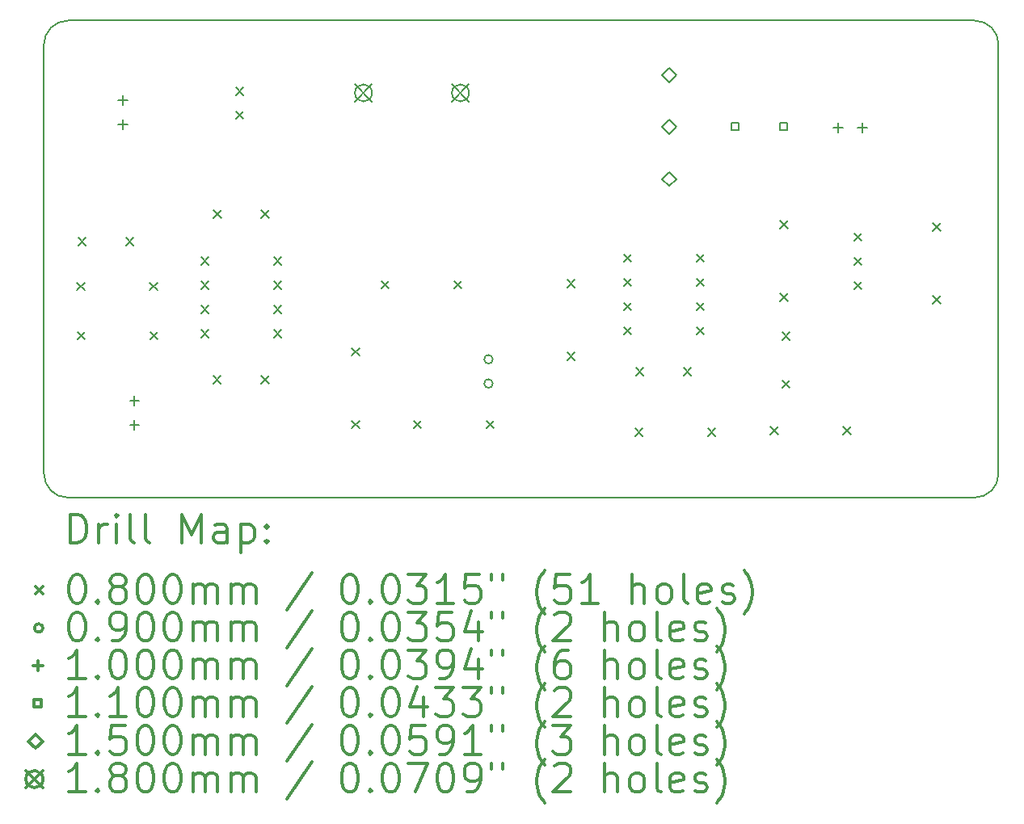
<source format=gbr>
%FSLAX45Y45*%
G04 Gerber Fmt 4.5, Leading zero omitted, Abs format (unit mm)*
G04 Created by KiCad (PCBNEW (5.1.10)-1) date 2023-08-02 14:35:38*
%MOMM*%
%LPD*%
G01*
G04 APERTURE LIST*
%TA.AperFunction,Profile*%
%ADD10C,0.200000*%
%TD*%
%ADD11C,0.200000*%
%ADD12C,0.300000*%
G04 APERTURE END LIST*
D10*
X16555700Y-10257560D02*
X7055700Y-10257560D01*
X6805700Y-10507560D02*
X6805700Y-15007560D01*
X16805700Y-15007560D02*
G75*
G02*
X16555700Y-15257560I-250000J0D01*
G01*
X16555700Y-10257560D02*
G75*
G02*
X16805700Y-10507560I0J-250000D01*
G01*
X16805700Y-15007560D02*
X16805700Y-10507560D01*
X7055700Y-15257560D02*
G75*
G02*
X6805700Y-15007560I0J250000D01*
G01*
X6805700Y-10507560D02*
G75*
G02*
X7055700Y-10257560I250000J0D01*
G01*
X7055700Y-15257560D02*
X16555700Y-15257560D01*
D11*
X7150740Y-13002900D02*
X7230740Y-13082900D01*
X7230740Y-13002900D02*
X7150740Y-13082900D01*
X7155820Y-13518520D02*
X7235820Y-13598520D01*
X7235820Y-13518520D02*
X7155820Y-13598520D01*
X7163820Y-12533000D02*
X7243820Y-12613000D01*
X7243820Y-12533000D02*
X7163820Y-12613000D01*
X7663820Y-12533000D02*
X7743820Y-12613000D01*
X7743820Y-12533000D02*
X7663820Y-12613000D01*
X7912740Y-13002900D02*
X7992740Y-13082900D01*
X7992740Y-13002900D02*
X7912740Y-13082900D01*
X7917820Y-13518520D02*
X7997820Y-13598520D01*
X7997820Y-13518520D02*
X7917820Y-13598520D01*
X8453760Y-12738740D02*
X8533760Y-12818740D01*
X8533760Y-12738740D02*
X8453760Y-12818740D01*
X8453760Y-12992740D02*
X8533760Y-13072740D01*
X8533760Y-12992740D02*
X8453760Y-13072740D01*
X8453760Y-13246740D02*
X8533760Y-13326740D01*
X8533760Y-13246740D02*
X8453760Y-13326740D01*
X8453760Y-13500740D02*
X8533760Y-13580740D01*
X8533760Y-13500740D02*
X8453760Y-13580740D01*
X8580760Y-13983340D02*
X8660760Y-14063340D01*
X8660760Y-13983340D02*
X8580760Y-14063340D01*
X8583680Y-12245980D02*
X8663680Y-12325980D01*
X8663680Y-12245980D02*
X8583680Y-12325980D01*
X8816980Y-10958200D02*
X8896980Y-11038200D01*
X8896980Y-10958200D02*
X8816980Y-11038200D01*
X8816980Y-11208200D02*
X8896980Y-11288200D01*
X8896980Y-11208200D02*
X8816980Y-11288200D01*
X9080760Y-13983340D02*
X9160760Y-14063340D01*
X9160760Y-13983340D02*
X9080760Y-14063340D01*
X9083680Y-12245980D02*
X9163680Y-12325980D01*
X9163680Y-12245980D02*
X9083680Y-12325980D01*
X9215760Y-12738740D02*
X9295760Y-12818740D01*
X9295760Y-12738740D02*
X9215760Y-12818740D01*
X9215760Y-12992740D02*
X9295760Y-13072740D01*
X9295760Y-12992740D02*
X9215760Y-13072740D01*
X9215760Y-13246740D02*
X9295760Y-13326740D01*
X9295760Y-13246740D02*
X9215760Y-13326740D01*
X9215760Y-13500740D02*
X9295760Y-13580740D01*
X9295760Y-13500740D02*
X9215760Y-13580740D01*
X10031100Y-13688700D02*
X10111100Y-13768700D01*
X10111100Y-13688700D02*
X10031100Y-13768700D01*
X10031100Y-14450700D02*
X10111100Y-14530700D01*
X10111100Y-14450700D02*
X10031100Y-14530700D01*
X10338440Y-12987660D02*
X10418440Y-13067660D01*
X10418440Y-12987660D02*
X10338440Y-13067660D01*
X10676260Y-14450700D02*
X10756260Y-14530700D01*
X10756260Y-14450700D02*
X10676260Y-14530700D01*
X11100440Y-12987660D02*
X11180440Y-13067660D01*
X11180440Y-12987660D02*
X11100440Y-13067660D01*
X11438260Y-14450700D02*
X11518260Y-14530700D01*
X11518260Y-14450700D02*
X11438260Y-14530700D01*
X12286620Y-12972420D02*
X12366620Y-13052420D01*
X12366620Y-12972420D02*
X12286620Y-13052420D01*
X12286620Y-13734420D02*
X12366620Y-13814420D01*
X12366620Y-13734420D02*
X12286620Y-13814420D01*
X12880980Y-12705720D02*
X12960980Y-12785720D01*
X12960980Y-12705720D02*
X12880980Y-12785720D01*
X12880980Y-12959720D02*
X12960980Y-13039720D01*
X12960980Y-12959720D02*
X12880980Y-13039720D01*
X12880980Y-13213720D02*
X12960980Y-13293720D01*
X12960980Y-13213720D02*
X12880980Y-13293720D01*
X12880980Y-13467720D02*
X12960980Y-13547720D01*
X12960980Y-13467720D02*
X12880980Y-13547720D01*
X13000360Y-14531980D02*
X13080360Y-14611980D01*
X13080360Y-14531980D02*
X13000360Y-14611980D01*
X13005820Y-13896980D02*
X13085820Y-13976980D01*
X13085820Y-13896980D02*
X13005820Y-13976980D01*
X13505820Y-13896980D02*
X13585820Y-13976980D01*
X13585820Y-13896980D02*
X13505820Y-13976980D01*
X13642980Y-12705720D02*
X13722980Y-12785720D01*
X13722980Y-12705720D02*
X13642980Y-12785720D01*
X13642980Y-12959720D02*
X13722980Y-13039720D01*
X13722980Y-12959720D02*
X13642980Y-13039720D01*
X13642980Y-13213720D02*
X13722980Y-13293720D01*
X13722980Y-13213720D02*
X13642980Y-13293720D01*
X13642980Y-13467720D02*
X13722980Y-13547720D01*
X13722980Y-13467720D02*
X13642980Y-13547720D01*
X13762360Y-14531980D02*
X13842360Y-14611980D01*
X13842360Y-14531980D02*
X13762360Y-14611980D01*
X14417680Y-14516740D02*
X14497680Y-14596740D01*
X14497680Y-14516740D02*
X14417680Y-14596740D01*
X14516740Y-12355200D02*
X14596740Y-12435200D01*
X14596740Y-12355200D02*
X14516740Y-12435200D01*
X14516740Y-13117200D02*
X14596740Y-13197200D01*
X14596740Y-13117200D02*
X14516740Y-13197200D01*
X14539600Y-13526140D02*
X14619600Y-13606140D01*
X14619600Y-13526140D02*
X14539600Y-13606140D01*
X14539600Y-14026140D02*
X14619600Y-14106140D01*
X14619600Y-14026140D02*
X14539600Y-14106140D01*
X15179680Y-14516740D02*
X15259680Y-14596740D01*
X15259680Y-14516740D02*
X15179680Y-14596740D01*
X15293980Y-12487280D02*
X15373980Y-12567280D01*
X15373980Y-12487280D02*
X15293980Y-12567280D01*
X15293980Y-12741280D02*
X15373980Y-12821280D01*
X15373980Y-12741280D02*
X15293980Y-12821280D01*
X15293980Y-12995280D02*
X15373980Y-13075280D01*
X15373980Y-12995280D02*
X15293980Y-13075280D01*
X16119480Y-12380600D02*
X16199480Y-12460600D01*
X16199480Y-12380600D02*
X16119480Y-12460600D01*
X16119480Y-13142600D02*
X16199480Y-13222600D01*
X16199480Y-13142600D02*
X16119480Y-13222600D01*
X11508020Y-13807440D02*
G75*
G03*
X11508020Y-13807440I-45000J0D01*
G01*
X11508020Y-14061440D02*
G75*
G03*
X11508020Y-14061440I-45000J0D01*
G01*
X7635240Y-11042180D02*
X7635240Y-11142180D01*
X7585240Y-11092180D02*
X7685240Y-11092180D01*
X7635240Y-11296180D02*
X7635240Y-11396180D01*
X7585240Y-11346180D02*
X7685240Y-11346180D01*
X7754620Y-14194320D02*
X7754620Y-14294320D01*
X7704620Y-14244320D02*
X7804620Y-14244320D01*
X7754620Y-14448320D02*
X7754620Y-14548320D01*
X7704620Y-14498320D02*
X7804620Y-14498320D01*
X15125700Y-11329200D02*
X15125700Y-11429200D01*
X15075700Y-11379200D02*
X15175700Y-11379200D01*
X15379700Y-11329200D02*
X15379700Y-11429200D01*
X15329700Y-11379200D02*
X15429700Y-11379200D01*
X14082551Y-11405391D02*
X14082551Y-11327609D01*
X14004769Y-11327609D01*
X14004769Y-11405391D01*
X14082551Y-11405391D01*
X14590551Y-11405391D02*
X14590551Y-11327609D01*
X14512769Y-11327609D01*
X14512769Y-11405391D01*
X14590551Y-11405391D01*
X13355320Y-10902680D02*
X13430320Y-10827680D01*
X13355320Y-10752680D01*
X13280320Y-10827680D01*
X13355320Y-10902680D01*
X13355320Y-11447680D02*
X13430320Y-11372680D01*
X13355320Y-11297680D01*
X13280320Y-11372680D01*
X13355320Y-11447680D01*
X13355320Y-11992680D02*
X13430320Y-11917680D01*
X13355320Y-11842680D01*
X13280320Y-11917680D01*
X13355320Y-11992680D01*
X10062380Y-10925980D02*
X10242380Y-11105980D01*
X10242380Y-10925980D02*
X10062380Y-11105980D01*
X10242380Y-11015980D02*
G75*
G03*
X10242380Y-11015980I-90000J0D01*
G01*
X11078380Y-10925980D02*
X11258380Y-11105980D01*
X11258380Y-10925980D02*
X11078380Y-11105980D01*
X11258380Y-11015980D02*
G75*
G03*
X11258380Y-11015980I-90000J0D01*
G01*
D12*
X7082128Y-15733274D02*
X7082128Y-15433274D01*
X7153557Y-15433274D01*
X7196414Y-15447560D01*
X7224986Y-15476131D01*
X7239271Y-15504703D01*
X7253557Y-15561846D01*
X7253557Y-15604703D01*
X7239271Y-15661846D01*
X7224986Y-15690417D01*
X7196414Y-15718988D01*
X7153557Y-15733274D01*
X7082128Y-15733274D01*
X7382128Y-15733274D02*
X7382128Y-15533274D01*
X7382128Y-15590417D02*
X7396414Y-15561846D01*
X7410700Y-15547560D01*
X7439271Y-15533274D01*
X7467843Y-15533274D01*
X7567843Y-15733274D02*
X7567843Y-15533274D01*
X7567843Y-15433274D02*
X7553557Y-15447560D01*
X7567843Y-15461846D01*
X7582128Y-15447560D01*
X7567843Y-15433274D01*
X7567843Y-15461846D01*
X7753557Y-15733274D02*
X7724986Y-15718988D01*
X7710700Y-15690417D01*
X7710700Y-15433274D01*
X7910700Y-15733274D02*
X7882128Y-15718988D01*
X7867843Y-15690417D01*
X7867843Y-15433274D01*
X8253557Y-15733274D02*
X8253557Y-15433274D01*
X8353557Y-15647560D01*
X8453557Y-15433274D01*
X8453557Y-15733274D01*
X8724986Y-15733274D02*
X8724986Y-15576131D01*
X8710700Y-15547560D01*
X8682128Y-15533274D01*
X8624986Y-15533274D01*
X8596414Y-15547560D01*
X8724986Y-15718988D02*
X8696414Y-15733274D01*
X8624986Y-15733274D01*
X8596414Y-15718988D01*
X8582128Y-15690417D01*
X8582128Y-15661846D01*
X8596414Y-15633274D01*
X8624986Y-15618988D01*
X8696414Y-15618988D01*
X8724986Y-15604703D01*
X8867843Y-15533274D02*
X8867843Y-15833274D01*
X8867843Y-15547560D02*
X8896414Y-15533274D01*
X8953557Y-15533274D01*
X8982128Y-15547560D01*
X8996414Y-15561846D01*
X9010700Y-15590417D01*
X9010700Y-15676131D01*
X8996414Y-15704703D01*
X8982128Y-15718988D01*
X8953557Y-15733274D01*
X8896414Y-15733274D01*
X8867843Y-15718988D01*
X9139271Y-15704703D02*
X9153557Y-15718988D01*
X9139271Y-15733274D01*
X9124986Y-15718988D01*
X9139271Y-15704703D01*
X9139271Y-15733274D01*
X9139271Y-15547560D02*
X9153557Y-15561846D01*
X9139271Y-15576131D01*
X9124986Y-15561846D01*
X9139271Y-15547560D01*
X9139271Y-15576131D01*
X6715700Y-16187560D02*
X6795700Y-16267560D01*
X6795700Y-16187560D02*
X6715700Y-16267560D01*
X7139271Y-16063274D02*
X7167843Y-16063274D01*
X7196414Y-16077560D01*
X7210700Y-16091846D01*
X7224986Y-16120417D01*
X7239271Y-16177560D01*
X7239271Y-16248988D01*
X7224986Y-16306131D01*
X7210700Y-16334703D01*
X7196414Y-16348988D01*
X7167843Y-16363274D01*
X7139271Y-16363274D01*
X7110700Y-16348988D01*
X7096414Y-16334703D01*
X7082128Y-16306131D01*
X7067843Y-16248988D01*
X7067843Y-16177560D01*
X7082128Y-16120417D01*
X7096414Y-16091846D01*
X7110700Y-16077560D01*
X7139271Y-16063274D01*
X7367843Y-16334703D02*
X7382128Y-16348988D01*
X7367843Y-16363274D01*
X7353557Y-16348988D01*
X7367843Y-16334703D01*
X7367843Y-16363274D01*
X7553557Y-16191846D02*
X7524986Y-16177560D01*
X7510700Y-16163274D01*
X7496414Y-16134703D01*
X7496414Y-16120417D01*
X7510700Y-16091846D01*
X7524986Y-16077560D01*
X7553557Y-16063274D01*
X7610700Y-16063274D01*
X7639271Y-16077560D01*
X7653557Y-16091846D01*
X7667843Y-16120417D01*
X7667843Y-16134703D01*
X7653557Y-16163274D01*
X7639271Y-16177560D01*
X7610700Y-16191846D01*
X7553557Y-16191846D01*
X7524986Y-16206131D01*
X7510700Y-16220417D01*
X7496414Y-16248988D01*
X7496414Y-16306131D01*
X7510700Y-16334703D01*
X7524986Y-16348988D01*
X7553557Y-16363274D01*
X7610700Y-16363274D01*
X7639271Y-16348988D01*
X7653557Y-16334703D01*
X7667843Y-16306131D01*
X7667843Y-16248988D01*
X7653557Y-16220417D01*
X7639271Y-16206131D01*
X7610700Y-16191846D01*
X7853557Y-16063274D02*
X7882128Y-16063274D01*
X7910700Y-16077560D01*
X7924986Y-16091846D01*
X7939271Y-16120417D01*
X7953557Y-16177560D01*
X7953557Y-16248988D01*
X7939271Y-16306131D01*
X7924986Y-16334703D01*
X7910700Y-16348988D01*
X7882128Y-16363274D01*
X7853557Y-16363274D01*
X7824986Y-16348988D01*
X7810700Y-16334703D01*
X7796414Y-16306131D01*
X7782128Y-16248988D01*
X7782128Y-16177560D01*
X7796414Y-16120417D01*
X7810700Y-16091846D01*
X7824986Y-16077560D01*
X7853557Y-16063274D01*
X8139271Y-16063274D02*
X8167843Y-16063274D01*
X8196414Y-16077560D01*
X8210700Y-16091846D01*
X8224986Y-16120417D01*
X8239271Y-16177560D01*
X8239271Y-16248988D01*
X8224986Y-16306131D01*
X8210700Y-16334703D01*
X8196414Y-16348988D01*
X8167843Y-16363274D01*
X8139271Y-16363274D01*
X8110700Y-16348988D01*
X8096414Y-16334703D01*
X8082128Y-16306131D01*
X8067843Y-16248988D01*
X8067843Y-16177560D01*
X8082128Y-16120417D01*
X8096414Y-16091846D01*
X8110700Y-16077560D01*
X8139271Y-16063274D01*
X8367843Y-16363274D02*
X8367843Y-16163274D01*
X8367843Y-16191846D02*
X8382128Y-16177560D01*
X8410700Y-16163274D01*
X8453557Y-16163274D01*
X8482128Y-16177560D01*
X8496414Y-16206131D01*
X8496414Y-16363274D01*
X8496414Y-16206131D02*
X8510700Y-16177560D01*
X8539271Y-16163274D01*
X8582128Y-16163274D01*
X8610700Y-16177560D01*
X8624986Y-16206131D01*
X8624986Y-16363274D01*
X8767843Y-16363274D02*
X8767843Y-16163274D01*
X8767843Y-16191846D02*
X8782128Y-16177560D01*
X8810700Y-16163274D01*
X8853557Y-16163274D01*
X8882128Y-16177560D01*
X8896414Y-16206131D01*
X8896414Y-16363274D01*
X8896414Y-16206131D02*
X8910700Y-16177560D01*
X8939271Y-16163274D01*
X8982128Y-16163274D01*
X9010700Y-16177560D01*
X9024986Y-16206131D01*
X9024986Y-16363274D01*
X9610700Y-16048988D02*
X9353557Y-16434703D01*
X9996414Y-16063274D02*
X10024986Y-16063274D01*
X10053557Y-16077560D01*
X10067843Y-16091846D01*
X10082128Y-16120417D01*
X10096414Y-16177560D01*
X10096414Y-16248988D01*
X10082128Y-16306131D01*
X10067843Y-16334703D01*
X10053557Y-16348988D01*
X10024986Y-16363274D01*
X9996414Y-16363274D01*
X9967843Y-16348988D01*
X9953557Y-16334703D01*
X9939271Y-16306131D01*
X9924986Y-16248988D01*
X9924986Y-16177560D01*
X9939271Y-16120417D01*
X9953557Y-16091846D01*
X9967843Y-16077560D01*
X9996414Y-16063274D01*
X10224986Y-16334703D02*
X10239271Y-16348988D01*
X10224986Y-16363274D01*
X10210700Y-16348988D01*
X10224986Y-16334703D01*
X10224986Y-16363274D01*
X10424986Y-16063274D02*
X10453557Y-16063274D01*
X10482128Y-16077560D01*
X10496414Y-16091846D01*
X10510700Y-16120417D01*
X10524986Y-16177560D01*
X10524986Y-16248988D01*
X10510700Y-16306131D01*
X10496414Y-16334703D01*
X10482128Y-16348988D01*
X10453557Y-16363274D01*
X10424986Y-16363274D01*
X10396414Y-16348988D01*
X10382128Y-16334703D01*
X10367843Y-16306131D01*
X10353557Y-16248988D01*
X10353557Y-16177560D01*
X10367843Y-16120417D01*
X10382128Y-16091846D01*
X10396414Y-16077560D01*
X10424986Y-16063274D01*
X10624986Y-16063274D02*
X10810700Y-16063274D01*
X10710700Y-16177560D01*
X10753557Y-16177560D01*
X10782128Y-16191846D01*
X10796414Y-16206131D01*
X10810700Y-16234703D01*
X10810700Y-16306131D01*
X10796414Y-16334703D01*
X10782128Y-16348988D01*
X10753557Y-16363274D01*
X10667843Y-16363274D01*
X10639271Y-16348988D01*
X10624986Y-16334703D01*
X11096414Y-16363274D02*
X10924986Y-16363274D01*
X11010700Y-16363274D02*
X11010700Y-16063274D01*
X10982128Y-16106131D01*
X10953557Y-16134703D01*
X10924986Y-16148988D01*
X11367843Y-16063274D02*
X11224986Y-16063274D01*
X11210700Y-16206131D01*
X11224986Y-16191846D01*
X11253557Y-16177560D01*
X11324986Y-16177560D01*
X11353557Y-16191846D01*
X11367843Y-16206131D01*
X11382128Y-16234703D01*
X11382128Y-16306131D01*
X11367843Y-16334703D01*
X11353557Y-16348988D01*
X11324986Y-16363274D01*
X11253557Y-16363274D01*
X11224986Y-16348988D01*
X11210700Y-16334703D01*
X11496414Y-16063274D02*
X11496414Y-16120417D01*
X11610700Y-16063274D02*
X11610700Y-16120417D01*
X12053557Y-16477560D02*
X12039271Y-16463274D01*
X12010700Y-16420417D01*
X11996414Y-16391846D01*
X11982128Y-16348988D01*
X11967843Y-16277560D01*
X11967843Y-16220417D01*
X11982128Y-16148988D01*
X11996414Y-16106131D01*
X12010700Y-16077560D01*
X12039271Y-16034703D01*
X12053557Y-16020417D01*
X12310700Y-16063274D02*
X12167843Y-16063274D01*
X12153557Y-16206131D01*
X12167843Y-16191846D01*
X12196414Y-16177560D01*
X12267843Y-16177560D01*
X12296414Y-16191846D01*
X12310700Y-16206131D01*
X12324986Y-16234703D01*
X12324986Y-16306131D01*
X12310700Y-16334703D01*
X12296414Y-16348988D01*
X12267843Y-16363274D01*
X12196414Y-16363274D01*
X12167843Y-16348988D01*
X12153557Y-16334703D01*
X12610700Y-16363274D02*
X12439271Y-16363274D01*
X12524986Y-16363274D02*
X12524986Y-16063274D01*
X12496414Y-16106131D01*
X12467843Y-16134703D01*
X12439271Y-16148988D01*
X12967843Y-16363274D02*
X12967843Y-16063274D01*
X13096414Y-16363274D02*
X13096414Y-16206131D01*
X13082128Y-16177560D01*
X13053557Y-16163274D01*
X13010700Y-16163274D01*
X12982128Y-16177560D01*
X12967843Y-16191846D01*
X13282128Y-16363274D02*
X13253557Y-16348988D01*
X13239271Y-16334703D01*
X13224986Y-16306131D01*
X13224986Y-16220417D01*
X13239271Y-16191846D01*
X13253557Y-16177560D01*
X13282128Y-16163274D01*
X13324986Y-16163274D01*
X13353557Y-16177560D01*
X13367843Y-16191846D01*
X13382128Y-16220417D01*
X13382128Y-16306131D01*
X13367843Y-16334703D01*
X13353557Y-16348988D01*
X13324986Y-16363274D01*
X13282128Y-16363274D01*
X13553557Y-16363274D02*
X13524986Y-16348988D01*
X13510700Y-16320417D01*
X13510700Y-16063274D01*
X13782128Y-16348988D02*
X13753557Y-16363274D01*
X13696414Y-16363274D01*
X13667843Y-16348988D01*
X13653557Y-16320417D01*
X13653557Y-16206131D01*
X13667843Y-16177560D01*
X13696414Y-16163274D01*
X13753557Y-16163274D01*
X13782128Y-16177560D01*
X13796414Y-16206131D01*
X13796414Y-16234703D01*
X13653557Y-16263274D01*
X13910700Y-16348988D02*
X13939271Y-16363274D01*
X13996414Y-16363274D01*
X14024986Y-16348988D01*
X14039271Y-16320417D01*
X14039271Y-16306131D01*
X14024986Y-16277560D01*
X13996414Y-16263274D01*
X13953557Y-16263274D01*
X13924986Y-16248988D01*
X13910700Y-16220417D01*
X13910700Y-16206131D01*
X13924986Y-16177560D01*
X13953557Y-16163274D01*
X13996414Y-16163274D01*
X14024986Y-16177560D01*
X14139271Y-16477560D02*
X14153557Y-16463274D01*
X14182128Y-16420417D01*
X14196414Y-16391846D01*
X14210700Y-16348988D01*
X14224986Y-16277560D01*
X14224986Y-16220417D01*
X14210700Y-16148988D01*
X14196414Y-16106131D01*
X14182128Y-16077560D01*
X14153557Y-16034703D01*
X14139271Y-16020417D01*
X6795700Y-16623560D02*
G75*
G03*
X6795700Y-16623560I-45000J0D01*
G01*
X7139271Y-16459274D02*
X7167843Y-16459274D01*
X7196414Y-16473560D01*
X7210700Y-16487846D01*
X7224986Y-16516417D01*
X7239271Y-16573560D01*
X7239271Y-16644988D01*
X7224986Y-16702131D01*
X7210700Y-16730703D01*
X7196414Y-16744988D01*
X7167843Y-16759274D01*
X7139271Y-16759274D01*
X7110700Y-16744988D01*
X7096414Y-16730703D01*
X7082128Y-16702131D01*
X7067843Y-16644988D01*
X7067843Y-16573560D01*
X7082128Y-16516417D01*
X7096414Y-16487846D01*
X7110700Y-16473560D01*
X7139271Y-16459274D01*
X7367843Y-16730703D02*
X7382128Y-16744988D01*
X7367843Y-16759274D01*
X7353557Y-16744988D01*
X7367843Y-16730703D01*
X7367843Y-16759274D01*
X7524986Y-16759274D02*
X7582128Y-16759274D01*
X7610700Y-16744988D01*
X7624986Y-16730703D01*
X7653557Y-16687846D01*
X7667843Y-16630703D01*
X7667843Y-16516417D01*
X7653557Y-16487846D01*
X7639271Y-16473560D01*
X7610700Y-16459274D01*
X7553557Y-16459274D01*
X7524986Y-16473560D01*
X7510700Y-16487846D01*
X7496414Y-16516417D01*
X7496414Y-16587846D01*
X7510700Y-16616417D01*
X7524986Y-16630703D01*
X7553557Y-16644988D01*
X7610700Y-16644988D01*
X7639271Y-16630703D01*
X7653557Y-16616417D01*
X7667843Y-16587846D01*
X7853557Y-16459274D02*
X7882128Y-16459274D01*
X7910700Y-16473560D01*
X7924986Y-16487846D01*
X7939271Y-16516417D01*
X7953557Y-16573560D01*
X7953557Y-16644988D01*
X7939271Y-16702131D01*
X7924986Y-16730703D01*
X7910700Y-16744988D01*
X7882128Y-16759274D01*
X7853557Y-16759274D01*
X7824986Y-16744988D01*
X7810700Y-16730703D01*
X7796414Y-16702131D01*
X7782128Y-16644988D01*
X7782128Y-16573560D01*
X7796414Y-16516417D01*
X7810700Y-16487846D01*
X7824986Y-16473560D01*
X7853557Y-16459274D01*
X8139271Y-16459274D02*
X8167843Y-16459274D01*
X8196414Y-16473560D01*
X8210700Y-16487846D01*
X8224986Y-16516417D01*
X8239271Y-16573560D01*
X8239271Y-16644988D01*
X8224986Y-16702131D01*
X8210700Y-16730703D01*
X8196414Y-16744988D01*
X8167843Y-16759274D01*
X8139271Y-16759274D01*
X8110700Y-16744988D01*
X8096414Y-16730703D01*
X8082128Y-16702131D01*
X8067843Y-16644988D01*
X8067843Y-16573560D01*
X8082128Y-16516417D01*
X8096414Y-16487846D01*
X8110700Y-16473560D01*
X8139271Y-16459274D01*
X8367843Y-16759274D02*
X8367843Y-16559274D01*
X8367843Y-16587846D02*
X8382128Y-16573560D01*
X8410700Y-16559274D01*
X8453557Y-16559274D01*
X8482128Y-16573560D01*
X8496414Y-16602131D01*
X8496414Y-16759274D01*
X8496414Y-16602131D02*
X8510700Y-16573560D01*
X8539271Y-16559274D01*
X8582128Y-16559274D01*
X8610700Y-16573560D01*
X8624986Y-16602131D01*
X8624986Y-16759274D01*
X8767843Y-16759274D02*
X8767843Y-16559274D01*
X8767843Y-16587846D02*
X8782128Y-16573560D01*
X8810700Y-16559274D01*
X8853557Y-16559274D01*
X8882128Y-16573560D01*
X8896414Y-16602131D01*
X8896414Y-16759274D01*
X8896414Y-16602131D02*
X8910700Y-16573560D01*
X8939271Y-16559274D01*
X8982128Y-16559274D01*
X9010700Y-16573560D01*
X9024986Y-16602131D01*
X9024986Y-16759274D01*
X9610700Y-16444988D02*
X9353557Y-16830703D01*
X9996414Y-16459274D02*
X10024986Y-16459274D01*
X10053557Y-16473560D01*
X10067843Y-16487846D01*
X10082128Y-16516417D01*
X10096414Y-16573560D01*
X10096414Y-16644988D01*
X10082128Y-16702131D01*
X10067843Y-16730703D01*
X10053557Y-16744988D01*
X10024986Y-16759274D01*
X9996414Y-16759274D01*
X9967843Y-16744988D01*
X9953557Y-16730703D01*
X9939271Y-16702131D01*
X9924986Y-16644988D01*
X9924986Y-16573560D01*
X9939271Y-16516417D01*
X9953557Y-16487846D01*
X9967843Y-16473560D01*
X9996414Y-16459274D01*
X10224986Y-16730703D02*
X10239271Y-16744988D01*
X10224986Y-16759274D01*
X10210700Y-16744988D01*
X10224986Y-16730703D01*
X10224986Y-16759274D01*
X10424986Y-16459274D02*
X10453557Y-16459274D01*
X10482128Y-16473560D01*
X10496414Y-16487846D01*
X10510700Y-16516417D01*
X10524986Y-16573560D01*
X10524986Y-16644988D01*
X10510700Y-16702131D01*
X10496414Y-16730703D01*
X10482128Y-16744988D01*
X10453557Y-16759274D01*
X10424986Y-16759274D01*
X10396414Y-16744988D01*
X10382128Y-16730703D01*
X10367843Y-16702131D01*
X10353557Y-16644988D01*
X10353557Y-16573560D01*
X10367843Y-16516417D01*
X10382128Y-16487846D01*
X10396414Y-16473560D01*
X10424986Y-16459274D01*
X10624986Y-16459274D02*
X10810700Y-16459274D01*
X10710700Y-16573560D01*
X10753557Y-16573560D01*
X10782128Y-16587846D01*
X10796414Y-16602131D01*
X10810700Y-16630703D01*
X10810700Y-16702131D01*
X10796414Y-16730703D01*
X10782128Y-16744988D01*
X10753557Y-16759274D01*
X10667843Y-16759274D01*
X10639271Y-16744988D01*
X10624986Y-16730703D01*
X11082128Y-16459274D02*
X10939271Y-16459274D01*
X10924986Y-16602131D01*
X10939271Y-16587846D01*
X10967843Y-16573560D01*
X11039271Y-16573560D01*
X11067843Y-16587846D01*
X11082128Y-16602131D01*
X11096414Y-16630703D01*
X11096414Y-16702131D01*
X11082128Y-16730703D01*
X11067843Y-16744988D01*
X11039271Y-16759274D01*
X10967843Y-16759274D01*
X10939271Y-16744988D01*
X10924986Y-16730703D01*
X11353557Y-16559274D02*
X11353557Y-16759274D01*
X11282128Y-16444988D02*
X11210700Y-16659274D01*
X11396414Y-16659274D01*
X11496414Y-16459274D02*
X11496414Y-16516417D01*
X11610700Y-16459274D02*
X11610700Y-16516417D01*
X12053557Y-16873560D02*
X12039271Y-16859274D01*
X12010700Y-16816417D01*
X11996414Y-16787846D01*
X11982128Y-16744988D01*
X11967843Y-16673560D01*
X11967843Y-16616417D01*
X11982128Y-16544988D01*
X11996414Y-16502131D01*
X12010700Y-16473560D01*
X12039271Y-16430703D01*
X12053557Y-16416417D01*
X12153557Y-16487846D02*
X12167843Y-16473560D01*
X12196414Y-16459274D01*
X12267843Y-16459274D01*
X12296414Y-16473560D01*
X12310700Y-16487846D01*
X12324986Y-16516417D01*
X12324986Y-16544988D01*
X12310700Y-16587846D01*
X12139271Y-16759274D01*
X12324986Y-16759274D01*
X12682128Y-16759274D02*
X12682128Y-16459274D01*
X12810700Y-16759274D02*
X12810700Y-16602131D01*
X12796414Y-16573560D01*
X12767843Y-16559274D01*
X12724986Y-16559274D01*
X12696414Y-16573560D01*
X12682128Y-16587846D01*
X12996414Y-16759274D02*
X12967843Y-16744988D01*
X12953557Y-16730703D01*
X12939271Y-16702131D01*
X12939271Y-16616417D01*
X12953557Y-16587846D01*
X12967843Y-16573560D01*
X12996414Y-16559274D01*
X13039271Y-16559274D01*
X13067843Y-16573560D01*
X13082128Y-16587846D01*
X13096414Y-16616417D01*
X13096414Y-16702131D01*
X13082128Y-16730703D01*
X13067843Y-16744988D01*
X13039271Y-16759274D01*
X12996414Y-16759274D01*
X13267843Y-16759274D02*
X13239271Y-16744988D01*
X13224986Y-16716417D01*
X13224986Y-16459274D01*
X13496414Y-16744988D02*
X13467843Y-16759274D01*
X13410700Y-16759274D01*
X13382128Y-16744988D01*
X13367843Y-16716417D01*
X13367843Y-16602131D01*
X13382128Y-16573560D01*
X13410700Y-16559274D01*
X13467843Y-16559274D01*
X13496414Y-16573560D01*
X13510700Y-16602131D01*
X13510700Y-16630703D01*
X13367843Y-16659274D01*
X13624986Y-16744988D02*
X13653557Y-16759274D01*
X13710700Y-16759274D01*
X13739271Y-16744988D01*
X13753557Y-16716417D01*
X13753557Y-16702131D01*
X13739271Y-16673560D01*
X13710700Y-16659274D01*
X13667843Y-16659274D01*
X13639271Y-16644988D01*
X13624986Y-16616417D01*
X13624986Y-16602131D01*
X13639271Y-16573560D01*
X13667843Y-16559274D01*
X13710700Y-16559274D01*
X13739271Y-16573560D01*
X13853557Y-16873560D02*
X13867843Y-16859274D01*
X13896414Y-16816417D01*
X13910700Y-16787846D01*
X13924986Y-16744988D01*
X13939271Y-16673560D01*
X13939271Y-16616417D01*
X13924986Y-16544988D01*
X13910700Y-16502131D01*
X13896414Y-16473560D01*
X13867843Y-16430703D01*
X13853557Y-16416417D01*
X6745700Y-16969560D02*
X6745700Y-17069560D01*
X6695700Y-17019560D02*
X6795700Y-17019560D01*
X7239271Y-17155274D02*
X7067843Y-17155274D01*
X7153557Y-17155274D02*
X7153557Y-16855274D01*
X7124986Y-16898131D01*
X7096414Y-16926703D01*
X7067843Y-16940989D01*
X7367843Y-17126703D02*
X7382128Y-17140989D01*
X7367843Y-17155274D01*
X7353557Y-17140989D01*
X7367843Y-17126703D01*
X7367843Y-17155274D01*
X7567843Y-16855274D02*
X7596414Y-16855274D01*
X7624986Y-16869560D01*
X7639271Y-16883846D01*
X7653557Y-16912417D01*
X7667843Y-16969560D01*
X7667843Y-17040989D01*
X7653557Y-17098131D01*
X7639271Y-17126703D01*
X7624986Y-17140989D01*
X7596414Y-17155274D01*
X7567843Y-17155274D01*
X7539271Y-17140989D01*
X7524986Y-17126703D01*
X7510700Y-17098131D01*
X7496414Y-17040989D01*
X7496414Y-16969560D01*
X7510700Y-16912417D01*
X7524986Y-16883846D01*
X7539271Y-16869560D01*
X7567843Y-16855274D01*
X7853557Y-16855274D02*
X7882128Y-16855274D01*
X7910700Y-16869560D01*
X7924986Y-16883846D01*
X7939271Y-16912417D01*
X7953557Y-16969560D01*
X7953557Y-17040989D01*
X7939271Y-17098131D01*
X7924986Y-17126703D01*
X7910700Y-17140989D01*
X7882128Y-17155274D01*
X7853557Y-17155274D01*
X7824986Y-17140989D01*
X7810700Y-17126703D01*
X7796414Y-17098131D01*
X7782128Y-17040989D01*
X7782128Y-16969560D01*
X7796414Y-16912417D01*
X7810700Y-16883846D01*
X7824986Y-16869560D01*
X7853557Y-16855274D01*
X8139271Y-16855274D02*
X8167843Y-16855274D01*
X8196414Y-16869560D01*
X8210700Y-16883846D01*
X8224986Y-16912417D01*
X8239271Y-16969560D01*
X8239271Y-17040989D01*
X8224986Y-17098131D01*
X8210700Y-17126703D01*
X8196414Y-17140989D01*
X8167843Y-17155274D01*
X8139271Y-17155274D01*
X8110700Y-17140989D01*
X8096414Y-17126703D01*
X8082128Y-17098131D01*
X8067843Y-17040989D01*
X8067843Y-16969560D01*
X8082128Y-16912417D01*
X8096414Y-16883846D01*
X8110700Y-16869560D01*
X8139271Y-16855274D01*
X8367843Y-17155274D02*
X8367843Y-16955274D01*
X8367843Y-16983846D02*
X8382128Y-16969560D01*
X8410700Y-16955274D01*
X8453557Y-16955274D01*
X8482128Y-16969560D01*
X8496414Y-16998131D01*
X8496414Y-17155274D01*
X8496414Y-16998131D02*
X8510700Y-16969560D01*
X8539271Y-16955274D01*
X8582128Y-16955274D01*
X8610700Y-16969560D01*
X8624986Y-16998131D01*
X8624986Y-17155274D01*
X8767843Y-17155274D02*
X8767843Y-16955274D01*
X8767843Y-16983846D02*
X8782128Y-16969560D01*
X8810700Y-16955274D01*
X8853557Y-16955274D01*
X8882128Y-16969560D01*
X8896414Y-16998131D01*
X8896414Y-17155274D01*
X8896414Y-16998131D02*
X8910700Y-16969560D01*
X8939271Y-16955274D01*
X8982128Y-16955274D01*
X9010700Y-16969560D01*
X9024986Y-16998131D01*
X9024986Y-17155274D01*
X9610700Y-16840989D02*
X9353557Y-17226703D01*
X9996414Y-16855274D02*
X10024986Y-16855274D01*
X10053557Y-16869560D01*
X10067843Y-16883846D01*
X10082128Y-16912417D01*
X10096414Y-16969560D01*
X10096414Y-17040989D01*
X10082128Y-17098131D01*
X10067843Y-17126703D01*
X10053557Y-17140989D01*
X10024986Y-17155274D01*
X9996414Y-17155274D01*
X9967843Y-17140989D01*
X9953557Y-17126703D01*
X9939271Y-17098131D01*
X9924986Y-17040989D01*
X9924986Y-16969560D01*
X9939271Y-16912417D01*
X9953557Y-16883846D01*
X9967843Y-16869560D01*
X9996414Y-16855274D01*
X10224986Y-17126703D02*
X10239271Y-17140989D01*
X10224986Y-17155274D01*
X10210700Y-17140989D01*
X10224986Y-17126703D01*
X10224986Y-17155274D01*
X10424986Y-16855274D02*
X10453557Y-16855274D01*
X10482128Y-16869560D01*
X10496414Y-16883846D01*
X10510700Y-16912417D01*
X10524986Y-16969560D01*
X10524986Y-17040989D01*
X10510700Y-17098131D01*
X10496414Y-17126703D01*
X10482128Y-17140989D01*
X10453557Y-17155274D01*
X10424986Y-17155274D01*
X10396414Y-17140989D01*
X10382128Y-17126703D01*
X10367843Y-17098131D01*
X10353557Y-17040989D01*
X10353557Y-16969560D01*
X10367843Y-16912417D01*
X10382128Y-16883846D01*
X10396414Y-16869560D01*
X10424986Y-16855274D01*
X10624986Y-16855274D02*
X10810700Y-16855274D01*
X10710700Y-16969560D01*
X10753557Y-16969560D01*
X10782128Y-16983846D01*
X10796414Y-16998131D01*
X10810700Y-17026703D01*
X10810700Y-17098131D01*
X10796414Y-17126703D01*
X10782128Y-17140989D01*
X10753557Y-17155274D01*
X10667843Y-17155274D01*
X10639271Y-17140989D01*
X10624986Y-17126703D01*
X10953557Y-17155274D02*
X11010700Y-17155274D01*
X11039271Y-17140989D01*
X11053557Y-17126703D01*
X11082128Y-17083846D01*
X11096414Y-17026703D01*
X11096414Y-16912417D01*
X11082128Y-16883846D01*
X11067843Y-16869560D01*
X11039271Y-16855274D01*
X10982128Y-16855274D01*
X10953557Y-16869560D01*
X10939271Y-16883846D01*
X10924986Y-16912417D01*
X10924986Y-16983846D01*
X10939271Y-17012417D01*
X10953557Y-17026703D01*
X10982128Y-17040989D01*
X11039271Y-17040989D01*
X11067843Y-17026703D01*
X11082128Y-17012417D01*
X11096414Y-16983846D01*
X11353557Y-16955274D02*
X11353557Y-17155274D01*
X11282128Y-16840989D02*
X11210700Y-17055274D01*
X11396414Y-17055274D01*
X11496414Y-16855274D02*
X11496414Y-16912417D01*
X11610700Y-16855274D02*
X11610700Y-16912417D01*
X12053557Y-17269560D02*
X12039271Y-17255274D01*
X12010700Y-17212417D01*
X11996414Y-17183846D01*
X11982128Y-17140989D01*
X11967843Y-17069560D01*
X11967843Y-17012417D01*
X11982128Y-16940989D01*
X11996414Y-16898131D01*
X12010700Y-16869560D01*
X12039271Y-16826703D01*
X12053557Y-16812417D01*
X12296414Y-16855274D02*
X12239271Y-16855274D01*
X12210700Y-16869560D01*
X12196414Y-16883846D01*
X12167843Y-16926703D01*
X12153557Y-16983846D01*
X12153557Y-17098131D01*
X12167843Y-17126703D01*
X12182128Y-17140989D01*
X12210700Y-17155274D01*
X12267843Y-17155274D01*
X12296414Y-17140989D01*
X12310700Y-17126703D01*
X12324986Y-17098131D01*
X12324986Y-17026703D01*
X12310700Y-16998131D01*
X12296414Y-16983846D01*
X12267843Y-16969560D01*
X12210700Y-16969560D01*
X12182128Y-16983846D01*
X12167843Y-16998131D01*
X12153557Y-17026703D01*
X12682128Y-17155274D02*
X12682128Y-16855274D01*
X12810700Y-17155274D02*
X12810700Y-16998131D01*
X12796414Y-16969560D01*
X12767843Y-16955274D01*
X12724986Y-16955274D01*
X12696414Y-16969560D01*
X12682128Y-16983846D01*
X12996414Y-17155274D02*
X12967843Y-17140989D01*
X12953557Y-17126703D01*
X12939271Y-17098131D01*
X12939271Y-17012417D01*
X12953557Y-16983846D01*
X12967843Y-16969560D01*
X12996414Y-16955274D01*
X13039271Y-16955274D01*
X13067843Y-16969560D01*
X13082128Y-16983846D01*
X13096414Y-17012417D01*
X13096414Y-17098131D01*
X13082128Y-17126703D01*
X13067843Y-17140989D01*
X13039271Y-17155274D01*
X12996414Y-17155274D01*
X13267843Y-17155274D02*
X13239271Y-17140989D01*
X13224986Y-17112417D01*
X13224986Y-16855274D01*
X13496414Y-17140989D02*
X13467843Y-17155274D01*
X13410700Y-17155274D01*
X13382128Y-17140989D01*
X13367843Y-17112417D01*
X13367843Y-16998131D01*
X13382128Y-16969560D01*
X13410700Y-16955274D01*
X13467843Y-16955274D01*
X13496414Y-16969560D01*
X13510700Y-16998131D01*
X13510700Y-17026703D01*
X13367843Y-17055274D01*
X13624986Y-17140989D02*
X13653557Y-17155274D01*
X13710700Y-17155274D01*
X13739271Y-17140989D01*
X13753557Y-17112417D01*
X13753557Y-17098131D01*
X13739271Y-17069560D01*
X13710700Y-17055274D01*
X13667843Y-17055274D01*
X13639271Y-17040989D01*
X13624986Y-17012417D01*
X13624986Y-16998131D01*
X13639271Y-16969560D01*
X13667843Y-16955274D01*
X13710700Y-16955274D01*
X13739271Y-16969560D01*
X13853557Y-17269560D02*
X13867843Y-17255274D01*
X13896414Y-17212417D01*
X13910700Y-17183846D01*
X13924986Y-17140989D01*
X13939271Y-17069560D01*
X13939271Y-17012417D01*
X13924986Y-16940989D01*
X13910700Y-16898131D01*
X13896414Y-16869560D01*
X13867843Y-16826703D01*
X13853557Y-16812417D01*
X6779591Y-17454451D02*
X6779591Y-17376669D01*
X6701809Y-17376669D01*
X6701809Y-17454451D01*
X6779591Y-17454451D01*
X7239271Y-17551274D02*
X7067843Y-17551274D01*
X7153557Y-17551274D02*
X7153557Y-17251274D01*
X7124986Y-17294131D01*
X7096414Y-17322703D01*
X7067843Y-17336989D01*
X7367843Y-17522703D02*
X7382128Y-17536989D01*
X7367843Y-17551274D01*
X7353557Y-17536989D01*
X7367843Y-17522703D01*
X7367843Y-17551274D01*
X7667843Y-17551274D02*
X7496414Y-17551274D01*
X7582128Y-17551274D02*
X7582128Y-17251274D01*
X7553557Y-17294131D01*
X7524986Y-17322703D01*
X7496414Y-17336989D01*
X7853557Y-17251274D02*
X7882128Y-17251274D01*
X7910700Y-17265560D01*
X7924986Y-17279846D01*
X7939271Y-17308417D01*
X7953557Y-17365560D01*
X7953557Y-17436989D01*
X7939271Y-17494131D01*
X7924986Y-17522703D01*
X7910700Y-17536989D01*
X7882128Y-17551274D01*
X7853557Y-17551274D01*
X7824986Y-17536989D01*
X7810700Y-17522703D01*
X7796414Y-17494131D01*
X7782128Y-17436989D01*
X7782128Y-17365560D01*
X7796414Y-17308417D01*
X7810700Y-17279846D01*
X7824986Y-17265560D01*
X7853557Y-17251274D01*
X8139271Y-17251274D02*
X8167843Y-17251274D01*
X8196414Y-17265560D01*
X8210700Y-17279846D01*
X8224986Y-17308417D01*
X8239271Y-17365560D01*
X8239271Y-17436989D01*
X8224986Y-17494131D01*
X8210700Y-17522703D01*
X8196414Y-17536989D01*
X8167843Y-17551274D01*
X8139271Y-17551274D01*
X8110700Y-17536989D01*
X8096414Y-17522703D01*
X8082128Y-17494131D01*
X8067843Y-17436989D01*
X8067843Y-17365560D01*
X8082128Y-17308417D01*
X8096414Y-17279846D01*
X8110700Y-17265560D01*
X8139271Y-17251274D01*
X8367843Y-17551274D02*
X8367843Y-17351274D01*
X8367843Y-17379846D02*
X8382128Y-17365560D01*
X8410700Y-17351274D01*
X8453557Y-17351274D01*
X8482128Y-17365560D01*
X8496414Y-17394131D01*
X8496414Y-17551274D01*
X8496414Y-17394131D02*
X8510700Y-17365560D01*
X8539271Y-17351274D01*
X8582128Y-17351274D01*
X8610700Y-17365560D01*
X8624986Y-17394131D01*
X8624986Y-17551274D01*
X8767843Y-17551274D02*
X8767843Y-17351274D01*
X8767843Y-17379846D02*
X8782128Y-17365560D01*
X8810700Y-17351274D01*
X8853557Y-17351274D01*
X8882128Y-17365560D01*
X8896414Y-17394131D01*
X8896414Y-17551274D01*
X8896414Y-17394131D02*
X8910700Y-17365560D01*
X8939271Y-17351274D01*
X8982128Y-17351274D01*
X9010700Y-17365560D01*
X9024986Y-17394131D01*
X9024986Y-17551274D01*
X9610700Y-17236989D02*
X9353557Y-17622703D01*
X9996414Y-17251274D02*
X10024986Y-17251274D01*
X10053557Y-17265560D01*
X10067843Y-17279846D01*
X10082128Y-17308417D01*
X10096414Y-17365560D01*
X10096414Y-17436989D01*
X10082128Y-17494131D01*
X10067843Y-17522703D01*
X10053557Y-17536989D01*
X10024986Y-17551274D01*
X9996414Y-17551274D01*
X9967843Y-17536989D01*
X9953557Y-17522703D01*
X9939271Y-17494131D01*
X9924986Y-17436989D01*
X9924986Y-17365560D01*
X9939271Y-17308417D01*
X9953557Y-17279846D01*
X9967843Y-17265560D01*
X9996414Y-17251274D01*
X10224986Y-17522703D02*
X10239271Y-17536989D01*
X10224986Y-17551274D01*
X10210700Y-17536989D01*
X10224986Y-17522703D01*
X10224986Y-17551274D01*
X10424986Y-17251274D02*
X10453557Y-17251274D01*
X10482128Y-17265560D01*
X10496414Y-17279846D01*
X10510700Y-17308417D01*
X10524986Y-17365560D01*
X10524986Y-17436989D01*
X10510700Y-17494131D01*
X10496414Y-17522703D01*
X10482128Y-17536989D01*
X10453557Y-17551274D01*
X10424986Y-17551274D01*
X10396414Y-17536989D01*
X10382128Y-17522703D01*
X10367843Y-17494131D01*
X10353557Y-17436989D01*
X10353557Y-17365560D01*
X10367843Y-17308417D01*
X10382128Y-17279846D01*
X10396414Y-17265560D01*
X10424986Y-17251274D01*
X10782128Y-17351274D02*
X10782128Y-17551274D01*
X10710700Y-17236989D02*
X10639271Y-17451274D01*
X10824986Y-17451274D01*
X10910700Y-17251274D02*
X11096414Y-17251274D01*
X10996414Y-17365560D01*
X11039271Y-17365560D01*
X11067843Y-17379846D01*
X11082128Y-17394131D01*
X11096414Y-17422703D01*
X11096414Y-17494131D01*
X11082128Y-17522703D01*
X11067843Y-17536989D01*
X11039271Y-17551274D01*
X10953557Y-17551274D01*
X10924986Y-17536989D01*
X10910700Y-17522703D01*
X11196414Y-17251274D02*
X11382128Y-17251274D01*
X11282128Y-17365560D01*
X11324986Y-17365560D01*
X11353557Y-17379846D01*
X11367843Y-17394131D01*
X11382128Y-17422703D01*
X11382128Y-17494131D01*
X11367843Y-17522703D01*
X11353557Y-17536989D01*
X11324986Y-17551274D01*
X11239271Y-17551274D01*
X11210700Y-17536989D01*
X11196414Y-17522703D01*
X11496414Y-17251274D02*
X11496414Y-17308417D01*
X11610700Y-17251274D02*
X11610700Y-17308417D01*
X12053557Y-17665560D02*
X12039271Y-17651274D01*
X12010700Y-17608417D01*
X11996414Y-17579846D01*
X11982128Y-17536989D01*
X11967843Y-17465560D01*
X11967843Y-17408417D01*
X11982128Y-17336989D01*
X11996414Y-17294131D01*
X12010700Y-17265560D01*
X12039271Y-17222703D01*
X12053557Y-17208417D01*
X12153557Y-17279846D02*
X12167843Y-17265560D01*
X12196414Y-17251274D01*
X12267843Y-17251274D01*
X12296414Y-17265560D01*
X12310700Y-17279846D01*
X12324986Y-17308417D01*
X12324986Y-17336989D01*
X12310700Y-17379846D01*
X12139271Y-17551274D01*
X12324986Y-17551274D01*
X12682128Y-17551274D02*
X12682128Y-17251274D01*
X12810700Y-17551274D02*
X12810700Y-17394131D01*
X12796414Y-17365560D01*
X12767843Y-17351274D01*
X12724986Y-17351274D01*
X12696414Y-17365560D01*
X12682128Y-17379846D01*
X12996414Y-17551274D02*
X12967843Y-17536989D01*
X12953557Y-17522703D01*
X12939271Y-17494131D01*
X12939271Y-17408417D01*
X12953557Y-17379846D01*
X12967843Y-17365560D01*
X12996414Y-17351274D01*
X13039271Y-17351274D01*
X13067843Y-17365560D01*
X13082128Y-17379846D01*
X13096414Y-17408417D01*
X13096414Y-17494131D01*
X13082128Y-17522703D01*
X13067843Y-17536989D01*
X13039271Y-17551274D01*
X12996414Y-17551274D01*
X13267843Y-17551274D02*
X13239271Y-17536989D01*
X13224986Y-17508417D01*
X13224986Y-17251274D01*
X13496414Y-17536989D02*
X13467843Y-17551274D01*
X13410700Y-17551274D01*
X13382128Y-17536989D01*
X13367843Y-17508417D01*
X13367843Y-17394131D01*
X13382128Y-17365560D01*
X13410700Y-17351274D01*
X13467843Y-17351274D01*
X13496414Y-17365560D01*
X13510700Y-17394131D01*
X13510700Y-17422703D01*
X13367843Y-17451274D01*
X13624986Y-17536989D02*
X13653557Y-17551274D01*
X13710700Y-17551274D01*
X13739271Y-17536989D01*
X13753557Y-17508417D01*
X13753557Y-17494131D01*
X13739271Y-17465560D01*
X13710700Y-17451274D01*
X13667843Y-17451274D01*
X13639271Y-17436989D01*
X13624986Y-17408417D01*
X13624986Y-17394131D01*
X13639271Y-17365560D01*
X13667843Y-17351274D01*
X13710700Y-17351274D01*
X13739271Y-17365560D01*
X13853557Y-17665560D02*
X13867843Y-17651274D01*
X13896414Y-17608417D01*
X13910700Y-17579846D01*
X13924986Y-17536989D01*
X13939271Y-17465560D01*
X13939271Y-17408417D01*
X13924986Y-17336989D01*
X13910700Y-17294131D01*
X13896414Y-17265560D01*
X13867843Y-17222703D01*
X13853557Y-17208417D01*
X6720700Y-17886560D02*
X6795700Y-17811560D01*
X6720700Y-17736560D01*
X6645700Y-17811560D01*
X6720700Y-17886560D01*
X7239271Y-17947274D02*
X7067843Y-17947274D01*
X7153557Y-17947274D02*
X7153557Y-17647274D01*
X7124986Y-17690131D01*
X7096414Y-17718703D01*
X7067843Y-17732989D01*
X7367843Y-17918703D02*
X7382128Y-17932989D01*
X7367843Y-17947274D01*
X7353557Y-17932989D01*
X7367843Y-17918703D01*
X7367843Y-17947274D01*
X7653557Y-17647274D02*
X7510700Y-17647274D01*
X7496414Y-17790131D01*
X7510700Y-17775846D01*
X7539271Y-17761560D01*
X7610700Y-17761560D01*
X7639271Y-17775846D01*
X7653557Y-17790131D01*
X7667843Y-17818703D01*
X7667843Y-17890131D01*
X7653557Y-17918703D01*
X7639271Y-17932989D01*
X7610700Y-17947274D01*
X7539271Y-17947274D01*
X7510700Y-17932989D01*
X7496414Y-17918703D01*
X7853557Y-17647274D02*
X7882128Y-17647274D01*
X7910700Y-17661560D01*
X7924986Y-17675846D01*
X7939271Y-17704417D01*
X7953557Y-17761560D01*
X7953557Y-17832989D01*
X7939271Y-17890131D01*
X7924986Y-17918703D01*
X7910700Y-17932989D01*
X7882128Y-17947274D01*
X7853557Y-17947274D01*
X7824986Y-17932989D01*
X7810700Y-17918703D01*
X7796414Y-17890131D01*
X7782128Y-17832989D01*
X7782128Y-17761560D01*
X7796414Y-17704417D01*
X7810700Y-17675846D01*
X7824986Y-17661560D01*
X7853557Y-17647274D01*
X8139271Y-17647274D02*
X8167843Y-17647274D01*
X8196414Y-17661560D01*
X8210700Y-17675846D01*
X8224986Y-17704417D01*
X8239271Y-17761560D01*
X8239271Y-17832989D01*
X8224986Y-17890131D01*
X8210700Y-17918703D01*
X8196414Y-17932989D01*
X8167843Y-17947274D01*
X8139271Y-17947274D01*
X8110700Y-17932989D01*
X8096414Y-17918703D01*
X8082128Y-17890131D01*
X8067843Y-17832989D01*
X8067843Y-17761560D01*
X8082128Y-17704417D01*
X8096414Y-17675846D01*
X8110700Y-17661560D01*
X8139271Y-17647274D01*
X8367843Y-17947274D02*
X8367843Y-17747274D01*
X8367843Y-17775846D02*
X8382128Y-17761560D01*
X8410700Y-17747274D01*
X8453557Y-17747274D01*
X8482128Y-17761560D01*
X8496414Y-17790131D01*
X8496414Y-17947274D01*
X8496414Y-17790131D02*
X8510700Y-17761560D01*
X8539271Y-17747274D01*
X8582128Y-17747274D01*
X8610700Y-17761560D01*
X8624986Y-17790131D01*
X8624986Y-17947274D01*
X8767843Y-17947274D02*
X8767843Y-17747274D01*
X8767843Y-17775846D02*
X8782128Y-17761560D01*
X8810700Y-17747274D01*
X8853557Y-17747274D01*
X8882128Y-17761560D01*
X8896414Y-17790131D01*
X8896414Y-17947274D01*
X8896414Y-17790131D02*
X8910700Y-17761560D01*
X8939271Y-17747274D01*
X8982128Y-17747274D01*
X9010700Y-17761560D01*
X9024986Y-17790131D01*
X9024986Y-17947274D01*
X9610700Y-17632989D02*
X9353557Y-18018703D01*
X9996414Y-17647274D02*
X10024986Y-17647274D01*
X10053557Y-17661560D01*
X10067843Y-17675846D01*
X10082128Y-17704417D01*
X10096414Y-17761560D01*
X10096414Y-17832989D01*
X10082128Y-17890131D01*
X10067843Y-17918703D01*
X10053557Y-17932989D01*
X10024986Y-17947274D01*
X9996414Y-17947274D01*
X9967843Y-17932989D01*
X9953557Y-17918703D01*
X9939271Y-17890131D01*
X9924986Y-17832989D01*
X9924986Y-17761560D01*
X9939271Y-17704417D01*
X9953557Y-17675846D01*
X9967843Y-17661560D01*
X9996414Y-17647274D01*
X10224986Y-17918703D02*
X10239271Y-17932989D01*
X10224986Y-17947274D01*
X10210700Y-17932989D01*
X10224986Y-17918703D01*
X10224986Y-17947274D01*
X10424986Y-17647274D02*
X10453557Y-17647274D01*
X10482128Y-17661560D01*
X10496414Y-17675846D01*
X10510700Y-17704417D01*
X10524986Y-17761560D01*
X10524986Y-17832989D01*
X10510700Y-17890131D01*
X10496414Y-17918703D01*
X10482128Y-17932989D01*
X10453557Y-17947274D01*
X10424986Y-17947274D01*
X10396414Y-17932989D01*
X10382128Y-17918703D01*
X10367843Y-17890131D01*
X10353557Y-17832989D01*
X10353557Y-17761560D01*
X10367843Y-17704417D01*
X10382128Y-17675846D01*
X10396414Y-17661560D01*
X10424986Y-17647274D01*
X10796414Y-17647274D02*
X10653557Y-17647274D01*
X10639271Y-17790131D01*
X10653557Y-17775846D01*
X10682128Y-17761560D01*
X10753557Y-17761560D01*
X10782128Y-17775846D01*
X10796414Y-17790131D01*
X10810700Y-17818703D01*
X10810700Y-17890131D01*
X10796414Y-17918703D01*
X10782128Y-17932989D01*
X10753557Y-17947274D01*
X10682128Y-17947274D01*
X10653557Y-17932989D01*
X10639271Y-17918703D01*
X10953557Y-17947274D02*
X11010700Y-17947274D01*
X11039271Y-17932989D01*
X11053557Y-17918703D01*
X11082128Y-17875846D01*
X11096414Y-17818703D01*
X11096414Y-17704417D01*
X11082128Y-17675846D01*
X11067843Y-17661560D01*
X11039271Y-17647274D01*
X10982128Y-17647274D01*
X10953557Y-17661560D01*
X10939271Y-17675846D01*
X10924986Y-17704417D01*
X10924986Y-17775846D01*
X10939271Y-17804417D01*
X10953557Y-17818703D01*
X10982128Y-17832989D01*
X11039271Y-17832989D01*
X11067843Y-17818703D01*
X11082128Y-17804417D01*
X11096414Y-17775846D01*
X11382128Y-17947274D02*
X11210700Y-17947274D01*
X11296414Y-17947274D02*
X11296414Y-17647274D01*
X11267843Y-17690131D01*
X11239271Y-17718703D01*
X11210700Y-17732989D01*
X11496414Y-17647274D02*
X11496414Y-17704417D01*
X11610700Y-17647274D02*
X11610700Y-17704417D01*
X12053557Y-18061560D02*
X12039271Y-18047274D01*
X12010700Y-18004417D01*
X11996414Y-17975846D01*
X11982128Y-17932989D01*
X11967843Y-17861560D01*
X11967843Y-17804417D01*
X11982128Y-17732989D01*
X11996414Y-17690131D01*
X12010700Y-17661560D01*
X12039271Y-17618703D01*
X12053557Y-17604417D01*
X12139271Y-17647274D02*
X12324986Y-17647274D01*
X12224986Y-17761560D01*
X12267843Y-17761560D01*
X12296414Y-17775846D01*
X12310700Y-17790131D01*
X12324986Y-17818703D01*
X12324986Y-17890131D01*
X12310700Y-17918703D01*
X12296414Y-17932989D01*
X12267843Y-17947274D01*
X12182128Y-17947274D01*
X12153557Y-17932989D01*
X12139271Y-17918703D01*
X12682128Y-17947274D02*
X12682128Y-17647274D01*
X12810700Y-17947274D02*
X12810700Y-17790131D01*
X12796414Y-17761560D01*
X12767843Y-17747274D01*
X12724986Y-17747274D01*
X12696414Y-17761560D01*
X12682128Y-17775846D01*
X12996414Y-17947274D02*
X12967843Y-17932989D01*
X12953557Y-17918703D01*
X12939271Y-17890131D01*
X12939271Y-17804417D01*
X12953557Y-17775846D01*
X12967843Y-17761560D01*
X12996414Y-17747274D01*
X13039271Y-17747274D01*
X13067843Y-17761560D01*
X13082128Y-17775846D01*
X13096414Y-17804417D01*
X13096414Y-17890131D01*
X13082128Y-17918703D01*
X13067843Y-17932989D01*
X13039271Y-17947274D01*
X12996414Y-17947274D01*
X13267843Y-17947274D02*
X13239271Y-17932989D01*
X13224986Y-17904417D01*
X13224986Y-17647274D01*
X13496414Y-17932989D02*
X13467843Y-17947274D01*
X13410700Y-17947274D01*
X13382128Y-17932989D01*
X13367843Y-17904417D01*
X13367843Y-17790131D01*
X13382128Y-17761560D01*
X13410700Y-17747274D01*
X13467843Y-17747274D01*
X13496414Y-17761560D01*
X13510700Y-17790131D01*
X13510700Y-17818703D01*
X13367843Y-17847274D01*
X13624986Y-17932989D02*
X13653557Y-17947274D01*
X13710700Y-17947274D01*
X13739271Y-17932989D01*
X13753557Y-17904417D01*
X13753557Y-17890131D01*
X13739271Y-17861560D01*
X13710700Y-17847274D01*
X13667843Y-17847274D01*
X13639271Y-17832989D01*
X13624986Y-17804417D01*
X13624986Y-17790131D01*
X13639271Y-17761560D01*
X13667843Y-17747274D01*
X13710700Y-17747274D01*
X13739271Y-17761560D01*
X13853557Y-18061560D02*
X13867843Y-18047274D01*
X13896414Y-18004417D01*
X13910700Y-17975846D01*
X13924986Y-17932989D01*
X13939271Y-17861560D01*
X13939271Y-17804417D01*
X13924986Y-17732989D01*
X13910700Y-17690131D01*
X13896414Y-17661560D01*
X13867843Y-17618703D01*
X13853557Y-17604417D01*
X6615700Y-18117560D02*
X6795700Y-18297560D01*
X6795700Y-18117560D02*
X6615700Y-18297560D01*
X6795700Y-18207560D02*
G75*
G03*
X6795700Y-18207560I-90000J0D01*
G01*
X7239271Y-18343274D02*
X7067843Y-18343274D01*
X7153557Y-18343274D02*
X7153557Y-18043274D01*
X7124986Y-18086131D01*
X7096414Y-18114703D01*
X7067843Y-18128989D01*
X7367843Y-18314703D02*
X7382128Y-18328989D01*
X7367843Y-18343274D01*
X7353557Y-18328989D01*
X7367843Y-18314703D01*
X7367843Y-18343274D01*
X7553557Y-18171846D02*
X7524986Y-18157560D01*
X7510700Y-18143274D01*
X7496414Y-18114703D01*
X7496414Y-18100417D01*
X7510700Y-18071846D01*
X7524986Y-18057560D01*
X7553557Y-18043274D01*
X7610700Y-18043274D01*
X7639271Y-18057560D01*
X7653557Y-18071846D01*
X7667843Y-18100417D01*
X7667843Y-18114703D01*
X7653557Y-18143274D01*
X7639271Y-18157560D01*
X7610700Y-18171846D01*
X7553557Y-18171846D01*
X7524986Y-18186131D01*
X7510700Y-18200417D01*
X7496414Y-18228989D01*
X7496414Y-18286131D01*
X7510700Y-18314703D01*
X7524986Y-18328989D01*
X7553557Y-18343274D01*
X7610700Y-18343274D01*
X7639271Y-18328989D01*
X7653557Y-18314703D01*
X7667843Y-18286131D01*
X7667843Y-18228989D01*
X7653557Y-18200417D01*
X7639271Y-18186131D01*
X7610700Y-18171846D01*
X7853557Y-18043274D02*
X7882128Y-18043274D01*
X7910700Y-18057560D01*
X7924986Y-18071846D01*
X7939271Y-18100417D01*
X7953557Y-18157560D01*
X7953557Y-18228989D01*
X7939271Y-18286131D01*
X7924986Y-18314703D01*
X7910700Y-18328989D01*
X7882128Y-18343274D01*
X7853557Y-18343274D01*
X7824986Y-18328989D01*
X7810700Y-18314703D01*
X7796414Y-18286131D01*
X7782128Y-18228989D01*
X7782128Y-18157560D01*
X7796414Y-18100417D01*
X7810700Y-18071846D01*
X7824986Y-18057560D01*
X7853557Y-18043274D01*
X8139271Y-18043274D02*
X8167843Y-18043274D01*
X8196414Y-18057560D01*
X8210700Y-18071846D01*
X8224986Y-18100417D01*
X8239271Y-18157560D01*
X8239271Y-18228989D01*
X8224986Y-18286131D01*
X8210700Y-18314703D01*
X8196414Y-18328989D01*
X8167843Y-18343274D01*
X8139271Y-18343274D01*
X8110700Y-18328989D01*
X8096414Y-18314703D01*
X8082128Y-18286131D01*
X8067843Y-18228989D01*
X8067843Y-18157560D01*
X8082128Y-18100417D01*
X8096414Y-18071846D01*
X8110700Y-18057560D01*
X8139271Y-18043274D01*
X8367843Y-18343274D02*
X8367843Y-18143274D01*
X8367843Y-18171846D02*
X8382128Y-18157560D01*
X8410700Y-18143274D01*
X8453557Y-18143274D01*
X8482128Y-18157560D01*
X8496414Y-18186131D01*
X8496414Y-18343274D01*
X8496414Y-18186131D02*
X8510700Y-18157560D01*
X8539271Y-18143274D01*
X8582128Y-18143274D01*
X8610700Y-18157560D01*
X8624986Y-18186131D01*
X8624986Y-18343274D01*
X8767843Y-18343274D02*
X8767843Y-18143274D01*
X8767843Y-18171846D02*
X8782128Y-18157560D01*
X8810700Y-18143274D01*
X8853557Y-18143274D01*
X8882128Y-18157560D01*
X8896414Y-18186131D01*
X8896414Y-18343274D01*
X8896414Y-18186131D02*
X8910700Y-18157560D01*
X8939271Y-18143274D01*
X8982128Y-18143274D01*
X9010700Y-18157560D01*
X9024986Y-18186131D01*
X9024986Y-18343274D01*
X9610700Y-18028989D02*
X9353557Y-18414703D01*
X9996414Y-18043274D02*
X10024986Y-18043274D01*
X10053557Y-18057560D01*
X10067843Y-18071846D01*
X10082128Y-18100417D01*
X10096414Y-18157560D01*
X10096414Y-18228989D01*
X10082128Y-18286131D01*
X10067843Y-18314703D01*
X10053557Y-18328989D01*
X10024986Y-18343274D01*
X9996414Y-18343274D01*
X9967843Y-18328989D01*
X9953557Y-18314703D01*
X9939271Y-18286131D01*
X9924986Y-18228989D01*
X9924986Y-18157560D01*
X9939271Y-18100417D01*
X9953557Y-18071846D01*
X9967843Y-18057560D01*
X9996414Y-18043274D01*
X10224986Y-18314703D02*
X10239271Y-18328989D01*
X10224986Y-18343274D01*
X10210700Y-18328989D01*
X10224986Y-18314703D01*
X10224986Y-18343274D01*
X10424986Y-18043274D02*
X10453557Y-18043274D01*
X10482128Y-18057560D01*
X10496414Y-18071846D01*
X10510700Y-18100417D01*
X10524986Y-18157560D01*
X10524986Y-18228989D01*
X10510700Y-18286131D01*
X10496414Y-18314703D01*
X10482128Y-18328989D01*
X10453557Y-18343274D01*
X10424986Y-18343274D01*
X10396414Y-18328989D01*
X10382128Y-18314703D01*
X10367843Y-18286131D01*
X10353557Y-18228989D01*
X10353557Y-18157560D01*
X10367843Y-18100417D01*
X10382128Y-18071846D01*
X10396414Y-18057560D01*
X10424986Y-18043274D01*
X10624986Y-18043274D02*
X10824986Y-18043274D01*
X10696414Y-18343274D01*
X10996414Y-18043274D02*
X11024986Y-18043274D01*
X11053557Y-18057560D01*
X11067843Y-18071846D01*
X11082128Y-18100417D01*
X11096414Y-18157560D01*
X11096414Y-18228989D01*
X11082128Y-18286131D01*
X11067843Y-18314703D01*
X11053557Y-18328989D01*
X11024986Y-18343274D01*
X10996414Y-18343274D01*
X10967843Y-18328989D01*
X10953557Y-18314703D01*
X10939271Y-18286131D01*
X10924986Y-18228989D01*
X10924986Y-18157560D01*
X10939271Y-18100417D01*
X10953557Y-18071846D01*
X10967843Y-18057560D01*
X10996414Y-18043274D01*
X11239271Y-18343274D02*
X11296414Y-18343274D01*
X11324986Y-18328989D01*
X11339271Y-18314703D01*
X11367843Y-18271846D01*
X11382128Y-18214703D01*
X11382128Y-18100417D01*
X11367843Y-18071846D01*
X11353557Y-18057560D01*
X11324986Y-18043274D01*
X11267843Y-18043274D01*
X11239271Y-18057560D01*
X11224986Y-18071846D01*
X11210700Y-18100417D01*
X11210700Y-18171846D01*
X11224986Y-18200417D01*
X11239271Y-18214703D01*
X11267843Y-18228989D01*
X11324986Y-18228989D01*
X11353557Y-18214703D01*
X11367843Y-18200417D01*
X11382128Y-18171846D01*
X11496414Y-18043274D02*
X11496414Y-18100417D01*
X11610700Y-18043274D02*
X11610700Y-18100417D01*
X12053557Y-18457560D02*
X12039271Y-18443274D01*
X12010700Y-18400417D01*
X11996414Y-18371846D01*
X11982128Y-18328989D01*
X11967843Y-18257560D01*
X11967843Y-18200417D01*
X11982128Y-18128989D01*
X11996414Y-18086131D01*
X12010700Y-18057560D01*
X12039271Y-18014703D01*
X12053557Y-18000417D01*
X12153557Y-18071846D02*
X12167843Y-18057560D01*
X12196414Y-18043274D01*
X12267843Y-18043274D01*
X12296414Y-18057560D01*
X12310700Y-18071846D01*
X12324986Y-18100417D01*
X12324986Y-18128989D01*
X12310700Y-18171846D01*
X12139271Y-18343274D01*
X12324986Y-18343274D01*
X12682128Y-18343274D02*
X12682128Y-18043274D01*
X12810700Y-18343274D02*
X12810700Y-18186131D01*
X12796414Y-18157560D01*
X12767843Y-18143274D01*
X12724986Y-18143274D01*
X12696414Y-18157560D01*
X12682128Y-18171846D01*
X12996414Y-18343274D02*
X12967843Y-18328989D01*
X12953557Y-18314703D01*
X12939271Y-18286131D01*
X12939271Y-18200417D01*
X12953557Y-18171846D01*
X12967843Y-18157560D01*
X12996414Y-18143274D01*
X13039271Y-18143274D01*
X13067843Y-18157560D01*
X13082128Y-18171846D01*
X13096414Y-18200417D01*
X13096414Y-18286131D01*
X13082128Y-18314703D01*
X13067843Y-18328989D01*
X13039271Y-18343274D01*
X12996414Y-18343274D01*
X13267843Y-18343274D02*
X13239271Y-18328989D01*
X13224986Y-18300417D01*
X13224986Y-18043274D01*
X13496414Y-18328989D02*
X13467843Y-18343274D01*
X13410700Y-18343274D01*
X13382128Y-18328989D01*
X13367843Y-18300417D01*
X13367843Y-18186131D01*
X13382128Y-18157560D01*
X13410700Y-18143274D01*
X13467843Y-18143274D01*
X13496414Y-18157560D01*
X13510700Y-18186131D01*
X13510700Y-18214703D01*
X13367843Y-18243274D01*
X13624986Y-18328989D02*
X13653557Y-18343274D01*
X13710700Y-18343274D01*
X13739271Y-18328989D01*
X13753557Y-18300417D01*
X13753557Y-18286131D01*
X13739271Y-18257560D01*
X13710700Y-18243274D01*
X13667843Y-18243274D01*
X13639271Y-18228989D01*
X13624986Y-18200417D01*
X13624986Y-18186131D01*
X13639271Y-18157560D01*
X13667843Y-18143274D01*
X13710700Y-18143274D01*
X13739271Y-18157560D01*
X13853557Y-18457560D02*
X13867843Y-18443274D01*
X13896414Y-18400417D01*
X13910700Y-18371846D01*
X13924986Y-18328989D01*
X13939271Y-18257560D01*
X13939271Y-18200417D01*
X13924986Y-18128989D01*
X13910700Y-18086131D01*
X13896414Y-18057560D01*
X13867843Y-18014703D01*
X13853557Y-18000417D01*
M02*

</source>
